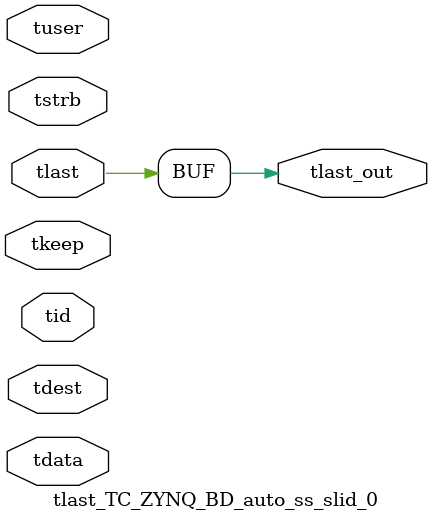
<source format=v>


`timescale 1ps/1ps

module tlast_TC_ZYNQ_BD_auto_ss_slid_0 #
(
parameter C_S_AXIS_TID_WIDTH   = 1,
parameter C_S_AXIS_TUSER_WIDTH = 0,
parameter C_S_AXIS_TDATA_WIDTH = 0,
parameter C_S_AXIS_TDEST_WIDTH = 0
)
(
input  [(C_S_AXIS_TID_WIDTH   == 0 ? 1 : C_S_AXIS_TID_WIDTH)-1:0       ] tid,
input  [(C_S_AXIS_TDATA_WIDTH == 0 ? 1 : C_S_AXIS_TDATA_WIDTH)-1:0     ] tdata,
input  [(C_S_AXIS_TUSER_WIDTH == 0 ? 1 : C_S_AXIS_TUSER_WIDTH)-1:0     ] tuser,
input  [(C_S_AXIS_TDEST_WIDTH == 0 ? 1 : C_S_AXIS_TDEST_WIDTH)-1:0     ] tdest,
input  [(C_S_AXIS_TDATA_WIDTH/8)-1:0 ] tkeep,
input  [(C_S_AXIS_TDATA_WIDTH/8)-1:0 ] tstrb,
input  [0:0]                                                             tlast,
output                                                                   tlast_out
);

assign tlast_out = {tlast};

endmodule


</source>
